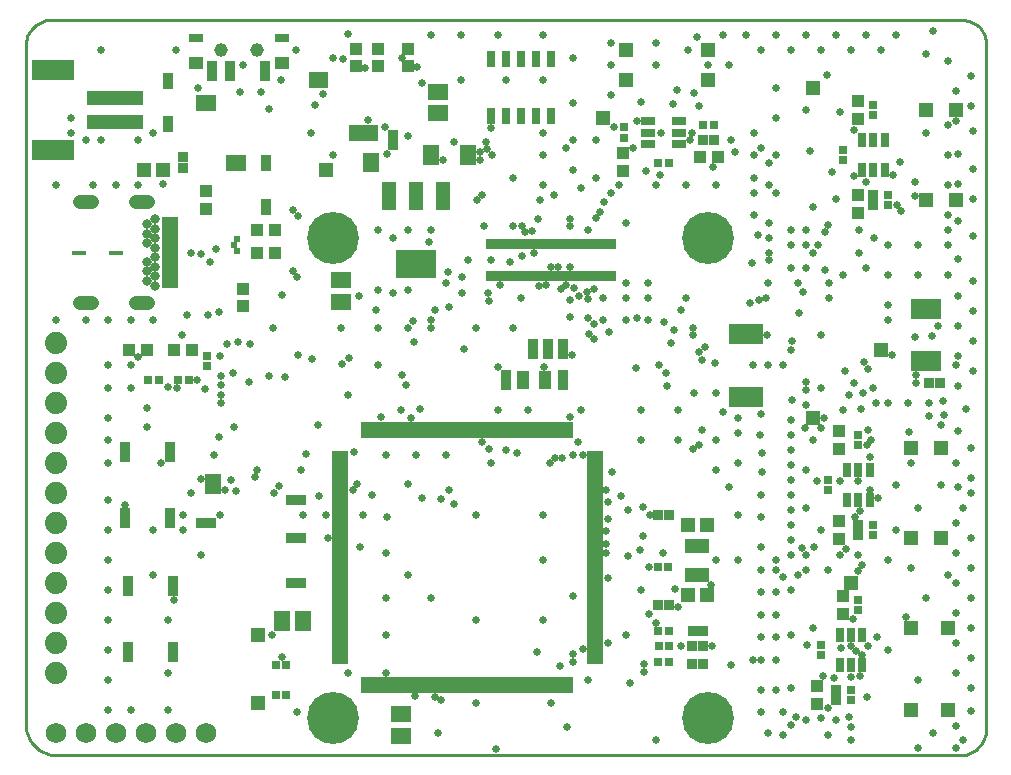
<source format=gbr>
G04 EAGLE Gerber RS-274X export*
G75*
%MOMM*%
%FSLAX34Y34*%
%LPD*%
%INSoldermask Top*%
%IPPOS*%
%AMOC8*
5,1,8,0,0,1.08239X$1,22.5*%
G01*
%ADD10C,4.394200*%
%ADD11R,1.103200X1.503200*%
%ADD12R,0.503200X1.403200*%
%ADD13R,1.403200X0.503200*%
%ADD14R,0.703200X0.703200*%
%ADD15R,1.153200X1.203200*%
%ADD16R,2.003200X1.203200*%
%ADD17R,1.153200X2.353200*%
%ADD18R,3.453200X2.353200*%
%ADD19R,1.653200X1.353200*%
%ADD20R,1.473200X0.838200*%
%ADD21R,0.823200X0.823200*%
%ADD22R,2.997200X1.701800*%
%ADD23R,0.482600X1.778000*%
%ADD24R,0.711200X1.473200*%
%ADD25R,4.803200X1.203200*%
%ADD26R,3.603200X1.803200*%
%ADD27R,0.903200X1.403200*%
%ADD28R,0.903200X1.703200*%
%ADD29R,1.203200X0.803200*%
%ADD30R,1.203200X1.003200*%
%ADD31C,1.153200*%
%ADD32R,0.838200X1.473200*%
%ADD33R,1.353200X1.653200*%
%ADD34R,0.965200X1.727200*%
%ADD35C,1.727200*%
%ADD36R,1.003200X1.003200*%
%ADD37R,1.203200X0.403200*%
%ADD38C,0.807200*%
%ADD39C,1.203200*%
%ADD40R,1.303200X0.803200*%
%ADD41R,0.803200X1.303200*%
%ADD42R,1.203200X1.203200*%
%ADD43R,0.433200X0.863200*%
%ADD44R,0.400800X0.710800*%
%ADD45R,10.972800X0.965200*%
%ADD46R,0.503200X0.503200*%
%ADD47C,1.879600*%
%ADD48C,0.657200*%
%ADD49C,0.254000*%


D10*
X31750Y31750D03*
X349250Y31750D03*
X349250Y438150D03*
X31750Y438150D03*
D11*
X210922Y317246D03*
X191922Y317246D03*
D12*
X57534Y59386D03*
X62534Y59386D03*
X67534Y59386D03*
X72534Y59386D03*
X77534Y59386D03*
X82534Y59386D03*
X87534Y59386D03*
X92534Y59386D03*
X97534Y59386D03*
X102534Y59386D03*
X107534Y59386D03*
X112534Y59386D03*
X117534Y59386D03*
X122534Y59386D03*
X127534Y59386D03*
X132534Y59386D03*
X137534Y59386D03*
X142534Y59386D03*
X147534Y59386D03*
X152534Y59386D03*
X157534Y59386D03*
X162534Y59386D03*
X167534Y59386D03*
X172534Y59386D03*
X177534Y59386D03*
X182534Y59386D03*
X187534Y59386D03*
X192534Y59386D03*
X197534Y59386D03*
X202534Y59386D03*
X207534Y59386D03*
X212534Y59386D03*
X217534Y59386D03*
X222534Y59386D03*
X227534Y59386D03*
X232534Y59386D03*
D13*
X253034Y79886D03*
X253034Y84886D03*
X253034Y89886D03*
X253034Y94886D03*
X253034Y99886D03*
X253034Y104886D03*
X253034Y109886D03*
X253034Y114886D03*
X253034Y119886D03*
X253034Y124886D03*
X253034Y129886D03*
X253034Y134886D03*
X253034Y139886D03*
X253034Y144886D03*
X253034Y149886D03*
X253034Y154886D03*
X253034Y159886D03*
X253034Y164886D03*
X253034Y169886D03*
X253034Y174886D03*
X253034Y179886D03*
X253034Y184886D03*
X253034Y189886D03*
X253034Y194886D03*
X253034Y199886D03*
X253034Y204886D03*
X253034Y209886D03*
X253034Y214886D03*
X253034Y219886D03*
X253034Y224886D03*
X253034Y229886D03*
X253034Y234886D03*
X253034Y239886D03*
X253034Y244886D03*
X253034Y249886D03*
X253034Y254886D03*
D12*
X232534Y275386D03*
X227534Y275386D03*
X222534Y275386D03*
X217534Y275386D03*
X212534Y275386D03*
X207534Y275386D03*
X202534Y275386D03*
X197534Y275386D03*
X192534Y275386D03*
X187534Y275386D03*
X182534Y275386D03*
X177534Y275386D03*
X172534Y275386D03*
X167534Y275386D03*
X162534Y275386D03*
X157534Y275386D03*
X152534Y275386D03*
X147534Y275386D03*
X142534Y275386D03*
X137534Y275386D03*
X132534Y275386D03*
X127534Y275386D03*
X122534Y275386D03*
X117534Y275386D03*
X112534Y275386D03*
X107534Y275386D03*
X102534Y275386D03*
X97534Y275386D03*
X92534Y275386D03*
X87534Y275386D03*
X82534Y275386D03*
X77534Y275386D03*
X72534Y275386D03*
X67534Y275386D03*
X62534Y275386D03*
X57534Y275386D03*
D13*
X37034Y254886D03*
X37034Y249886D03*
X37034Y244886D03*
X37034Y239886D03*
X37034Y234886D03*
X37034Y229886D03*
X37034Y224886D03*
X37034Y219886D03*
X37034Y214886D03*
X37034Y209886D03*
X37034Y204886D03*
X37034Y199886D03*
X37034Y194886D03*
X37034Y189886D03*
X37034Y184886D03*
X37034Y179886D03*
X37034Y174886D03*
X37034Y169886D03*
X37034Y164886D03*
X37034Y159886D03*
X37034Y154886D03*
X37034Y149886D03*
X37034Y144886D03*
X37034Y139886D03*
X37034Y134886D03*
X37034Y129886D03*
X37034Y124886D03*
X37034Y119886D03*
X37034Y114886D03*
X37034Y109886D03*
X37034Y104886D03*
X37034Y99886D03*
X37034Y94886D03*
X37034Y89886D03*
X37034Y84886D03*
X37034Y79886D03*
D14*
X315904Y78486D03*
X306904Y78486D03*
D15*
X332360Y194564D03*
X348360Y194564D03*
X331852Y135128D03*
X347852Y135128D03*
D16*
X339852Y152346D03*
X339852Y177346D03*
D14*
X306904Y104902D03*
X315904Y104902D03*
X307158Y91948D03*
X316158Y91948D03*
D17*
X124600Y473500D03*
X101600Y473500D03*
X78600Y473500D03*
D18*
X101600Y415500D03*
D19*
X38608Y401938D03*
X38608Y383938D03*
D20*
X63500Y505714D03*
X63500Y497586D03*
D19*
X120650Y543450D03*
X120650Y561450D03*
D21*
X82550Y525200D03*
X82550Y516200D03*
D22*
X381000Y303530D03*
X381000Y356870D03*
D20*
X114300Y503936D03*
X114300Y512064D03*
D23*
X543400Y377600D03*
X538400Y377600D03*
X533400Y377600D03*
X528400Y377600D03*
X523400Y377600D03*
X523400Y333600D03*
X528400Y333600D03*
X533400Y333600D03*
X538400Y333600D03*
X543400Y333600D03*
D21*
X536012Y314706D03*
X545012Y314706D03*
D24*
X215900Y589280D03*
X215900Y541020D03*
X203200Y589280D03*
X203200Y541020D03*
X190500Y589280D03*
X190500Y541020D03*
X177800Y589280D03*
X177800Y541020D03*
X165100Y589280D03*
X165100Y541020D03*
D14*
X-8200Y76200D03*
X-17200Y76200D03*
X-8200Y50800D03*
X-17200Y50800D03*
D25*
X-153500Y536100D03*
X-153500Y556100D03*
D26*
X-205500Y512100D03*
X-205500Y580100D03*
D27*
X-107950Y533950D03*
X-107950Y570950D03*
D28*
X-70760Y579400D03*
X-55760Y579400D03*
X-25760Y579400D03*
D29*
X-84760Y606900D03*
D30*
X-84760Y585900D03*
D29*
X-11760Y606900D03*
D30*
X-11760Y585900D03*
D31*
X-63260Y596900D03*
X-33260Y596900D03*
D20*
X146050Y503936D03*
X146050Y512064D03*
D32*
X49022Y527050D03*
X57150Y527050D03*
X65278Y527050D03*
D19*
X88900Y34400D03*
X88900Y16400D03*
D33*
X6206Y113284D03*
X-11794Y113284D03*
D21*
X226060Y313000D03*
X226060Y322000D03*
X177800Y313000D03*
X177800Y322000D03*
X306650Y127000D03*
X315650Y127000D03*
X4500Y146050D03*
X-4500Y146050D03*
X4500Y184150D03*
X-4500Y184150D03*
X306650Y203200D03*
X315650Y203200D03*
X4500Y215900D03*
X-4500Y215900D03*
X344606Y91948D03*
X335606Y91948D03*
X344860Y105410D03*
X335860Y105410D03*
X344606Y77216D03*
X335606Y77216D03*
X225806Y339162D03*
X225806Y348162D03*
X213106Y339162D03*
X213106Y348162D03*
X200406Y339162D03*
X200406Y348162D03*
D14*
X306396Y159512D03*
X315396Y159512D03*
D34*
X-144526Y200914D03*
X-144526Y256794D03*
X-106426Y200914D03*
X-106426Y256794D03*
D21*
X-71700Y196850D03*
X-80700Y196850D03*
D35*
X-127000Y19050D03*
X-152400Y19050D03*
X-76200Y19050D03*
X-101600Y19050D03*
X-177800Y19050D03*
X-203200Y19050D03*
D15*
X-112650Y495300D03*
X-128650Y495300D03*
D36*
X-32900Y425450D03*
X-17900Y425450D03*
X-32900Y444500D03*
X-17900Y444500D03*
D37*
X-152400Y425450D03*
X-183400Y425450D03*
D13*
X-106600Y452950D03*
X-106600Y447950D03*
X-106600Y442950D03*
X-106600Y437950D03*
X-106600Y432950D03*
X-106600Y427950D03*
X-106600Y422950D03*
X-106600Y417950D03*
X-106600Y412950D03*
X-106600Y407950D03*
X-106600Y402950D03*
X-106600Y397950D03*
D38*
X-119100Y397450D03*
X-126100Y401450D03*
X-126100Y409450D03*
X-119100Y405450D03*
X-119100Y413450D03*
X-126100Y417450D03*
X-119100Y421450D03*
X-119100Y429450D03*
X-126100Y433450D03*
X-119100Y437450D03*
X-126100Y441450D03*
X-126100Y449450D03*
X-119100Y445450D03*
X-119100Y453450D03*
D39*
X-125600Y468150D02*
X-135600Y468150D01*
X-135600Y382750D02*
X-125600Y382750D01*
X-172900Y382750D02*
X-182900Y382750D01*
X-182900Y468150D02*
X-172900Y468150D01*
D36*
X-76200Y477400D03*
X-76200Y462400D03*
X-44450Y379850D03*
X-44450Y394850D03*
D21*
X-95250Y497150D03*
X-95250Y506150D03*
D32*
X-80264Y552450D03*
X-72136Y552450D03*
X-46736Y501650D03*
X-54864Y501650D03*
D40*
X324150Y536550D03*
X324150Y527050D03*
X324150Y517550D03*
X298150Y517550D03*
X298150Y527050D03*
X298150Y536550D03*
D36*
X276860Y494658D03*
X276860Y509658D03*
D14*
X278130Y531804D03*
X278130Y522804D03*
X344750Y533400D03*
X353750Y533400D03*
X315650Y501650D03*
X306650Y501650D03*
D36*
X357004Y506476D03*
X342004Y506476D03*
D21*
X353750Y520700D03*
X344750Y520700D03*
D41*
X498450Y495000D03*
X488950Y495000D03*
X479450Y495000D03*
X479450Y521000D03*
X488950Y521000D03*
X498450Y521000D03*
D36*
X476250Y553600D03*
X476250Y538600D03*
D14*
X488950Y550600D03*
X488950Y541600D03*
X501650Y474400D03*
X501650Y465400D03*
X463550Y503500D03*
X463550Y512500D03*
D36*
X475742Y458844D03*
X475742Y473844D03*
D21*
X488950Y465400D03*
X488950Y474400D03*
D41*
X485750Y215600D03*
X476250Y215600D03*
X466750Y215600D03*
X466750Y241600D03*
X476250Y241600D03*
X485750Y241600D03*
D36*
X460248Y259454D03*
X460248Y274454D03*
D14*
X476250Y262200D03*
X476250Y271200D03*
X488950Y195000D03*
X488950Y186000D03*
X450850Y224100D03*
X450850Y233100D03*
D36*
X459994Y197746D03*
X459994Y182746D03*
D21*
X476250Y186000D03*
X476250Y195000D03*
D41*
X479400Y75900D03*
X469900Y75900D03*
X460400Y75900D03*
X460400Y101900D03*
X469900Y101900D03*
X479400Y101900D03*
D36*
X463550Y134500D03*
X463550Y119500D03*
D14*
X476250Y131500D03*
X476250Y122500D03*
X469900Y55300D03*
X469900Y46300D03*
X444500Y84400D03*
X444500Y93400D03*
D36*
X441452Y43300D03*
X441452Y58300D03*
D21*
X457200Y46300D03*
X457200Y55300D03*
D42*
X25400Y495300D03*
X495300Y342900D03*
X-31750Y101600D03*
X-31750Y44450D03*
D34*
X-103632Y142748D03*
X-103632Y86868D03*
X-141732Y142748D03*
X-141732Y86868D03*
D20*
X-70104Y225552D03*
X-70104Y233680D03*
D43*
X167900Y432650D03*
X167900Y405550D03*
X171900Y432650D03*
X171900Y405550D03*
X175900Y432650D03*
X175900Y405550D03*
X179900Y432650D03*
X179900Y405550D03*
X183900Y432650D03*
X183900Y405550D03*
X187900Y432650D03*
X187900Y405550D03*
X191900Y432650D03*
X191900Y405550D03*
X195900Y432650D03*
X195900Y405550D03*
X199900Y432650D03*
X199900Y405550D03*
X203900Y432650D03*
X203900Y405550D03*
X207900Y432650D03*
X207900Y405550D03*
X211900Y432650D03*
X211900Y405550D03*
X215900Y432650D03*
X215900Y405550D03*
X219900Y432650D03*
X219900Y405550D03*
X223900Y432650D03*
X223900Y405550D03*
X227900Y432650D03*
X227900Y405550D03*
X231900Y432650D03*
X231900Y405550D03*
X235900Y432650D03*
X235900Y405550D03*
X239900Y432650D03*
X239900Y405550D03*
X243900Y432650D03*
X243900Y405550D03*
X247900Y432650D03*
X247900Y405550D03*
X251900Y432650D03*
X251900Y405550D03*
D44*
X268650Y432650D03*
X268650Y405550D03*
X163150Y432650D03*
X163150Y405550D03*
D45*
X215996Y405638D03*
X215996Y432562D03*
D43*
X255900Y432650D03*
X255900Y405550D03*
X259900Y432650D03*
X259900Y405550D03*
X263900Y432650D03*
X263900Y405550D03*
D36*
X95250Y598050D03*
X95250Y583050D03*
X69850Y598050D03*
X69850Y583050D03*
X50800Y598050D03*
X50800Y583050D03*
D46*
X-52050Y431800D03*
X-49550Y426800D03*
X-49550Y436800D03*
D42*
X520700Y260350D03*
X546100Y184150D03*
X469900Y146050D03*
X438150Y285750D03*
X260350Y539750D03*
X438150Y565150D03*
X546100Y260350D03*
X520700Y184150D03*
X552450Y107950D03*
X520700Y38100D03*
X520700Y107950D03*
X552450Y38100D03*
X558800Y546100D03*
X533400Y469900D03*
X533400Y546100D03*
X558800Y469900D03*
X279400Y571500D03*
X349250Y596900D03*
X349250Y571500D03*
X279400Y596900D03*
D27*
X-25400Y501100D03*
X-25400Y464100D03*
D36*
X-87750Y342900D03*
X-102750Y342900D03*
D14*
X-99750Y317500D03*
X-90750Y317500D03*
D36*
X-125850Y342900D03*
X-140850Y342900D03*
D14*
X-125150Y317500D03*
X-116150Y317500D03*
D47*
X-203200Y349250D03*
X-203200Y323850D03*
X-203200Y298450D03*
X-203200Y273050D03*
X-203200Y247650D03*
X-203200Y222250D03*
X-203200Y196850D03*
X-203200Y171450D03*
X-203200Y146050D03*
X-203200Y120650D03*
X-203200Y95250D03*
X-203200Y69850D03*
D32*
X23114Y571500D03*
X14986Y571500D03*
D14*
X-75438Y338002D03*
X-75438Y329002D03*
D48*
X355092Y332232D03*
X355600Y306832D03*
X337058Y306832D03*
X314452Y312674D03*
X317500Y349250D03*
X336550Y361950D03*
X325882Y376428D03*
X311912Y366522D03*
X298450Y368300D03*
X298450Y387350D03*
X279400Y387350D03*
X279400Y368300D03*
X260350Y368300D03*
X260350Y387350D03*
X205994Y397002D03*
X190500Y386842D03*
X232410Y370840D03*
X232156Y385572D03*
X247650Y385826D03*
X247650Y370078D03*
X-63500Y304800D03*
X-39878Y315450D03*
X-144780Y212090D03*
X-133350Y337185D03*
X77470Y508635D03*
X133985Y519430D03*
X106680Y568960D03*
X-13970Y227965D03*
X-67310Y428625D03*
X90170Y321945D03*
X-12065Y83185D03*
X281305Y168910D03*
X299085Y119380D03*
X325755Y92075D03*
X351790Y144145D03*
X152400Y361950D03*
X184150Y361950D03*
X114300Y361950D03*
X88900Y292100D03*
X171450Y292100D03*
X196850Y292100D03*
X127000Y254000D03*
X101600Y254000D03*
X76200Y254000D03*
X152400Y203200D03*
X209550Y203200D03*
X209550Y165100D03*
X165100Y247650D03*
X209550Y114300D03*
X152400Y114300D03*
X152400Y44450D03*
X215900Y44450D03*
X247650Y63500D03*
X368300Y76200D03*
X304800Y12700D03*
X279400Y101600D03*
X292100Y139700D03*
X311150Y171450D03*
X355600Y165100D03*
X374650Y165100D03*
X374650Y203200D03*
X374650Y247650D03*
X374650Y273050D03*
X355600Y241300D03*
X355600Y266700D03*
X323850Y266700D03*
X292100Y266700D03*
X292100Y292100D03*
X323850Y292100D03*
X330200Y387350D03*
X298450Y400050D03*
X279400Y400050D03*
X165100Y419100D03*
X146050Y419100D03*
X127000Y400050D03*
X95250Y393700D03*
X95250Y361950D03*
X69850Y393700D03*
X69850Y444500D03*
X95250Y444500D03*
X114300Y444500D03*
X183896Y488950D03*
X209296Y482600D03*
X209296Y508000D03*
X209296Y527050D03*
X234696Y495300D03*
X234696Y520700D03*
X234696Y552450D03*
X234696Y590550D03*
X209296Y609600D03*
X171196Y609600D03*
X139446Y609600D03*
X114046Y609600D03*
X139446Y571500D03*
X177546Y571500D03*
X31496Y590550D03*
X31496Y508000D03*
X12446Y527050D03*
X-44704Y584200D03*
X-12954Y571500D03*
X-254Y596900D03*
X-101854Y596900D03*
X-82804Y565150D03*
X-165354Y596900D03*
X-190754Y539750D03*
X-190754Y527050D03*
X-178054Y520700D03*
X-165354Y520700D03*
X-133604Y520700D03*
X-120904Y527050D03*
X-133604Y482600D03*
X-152654Y482600D03*
X-171704Y482600D03*
X-203454Y482600D03*
X-203454Y368300D03*
X-178054Y368300D03*
X-159004Y368300D03*
X-139954Y368300D03*
X-120904Y368300D03*
X-159004Y330200D03*
X-159004Y311150D03*
X-139954Y311150D03*
X-139954Y330200D03*
X-159004Y285750D03*
X-159004Y266700D03*
X-159004Y247650D03*
X-159004Y215900D03*
X-159004Y190500D03*
X-159004Y165100D03*
X-159004Y139700D03*
X-159004Y114300D03*
X-159004Y88900D03*
X-159004Y63500D03*
X-159004Y38100D03*
X-139954Y38100D03*
X-108204Y38100D03*
X-108204Y69850D03*
X-108204Y114300D03*
X-120904Y152400D03*
X-120904Y190500D03*
X-95504Y190500D03*
X-95504Y203200D03*
X-89154Y222250D03*
X-114554Y247650D03*
X-69596Y254254D03*
X-52578Y277876D03*
X-23114Y321310D03*
X-57912Y348234D03*
X-38862Y348234D03*
X-19050Y361950D03*
X19050Y279400D03*
X57150Y203200D03*
X25400Y203200D03*
X76200Y171450D03*
X95250Y152400D03*
X114300Y133350D03*
X76200Y133350D03*
X76200Y101600D03*
X76200Y69850D03*
X44450Y69850D03*
X120650Y19050D03*
X69850Y361950D03*
X69850Y330200D03*
X38100Y361950D03*
X279400Y450850D03*
X209550Y571500D03*
X159512Y448056D03*
X82550Y438150D03*
X44450Y304800D03*
X241300Y292100D03*
X6350Y203200D03*
X247650Y444500D03*
X374650Y285750D03*
X234950Y85963D03*
X234950Y78629D03*
X243205Y90170D03*
X234950Y134620D03*
X13335Y335280D03*
X-112395Y483870D03*
X352425Y92075D03*
X233680Y339090D03*
X323850Y125730D03*
X299085Y159385D03*
X-103505Y131445D03*
X-64135Y337820D03*
X45085Y335915D03*
X99695Y349885D03*
X-18415Y221615D03*
X142240Y343535D03*
X229870Y23495D03*
X282575Y60960D03*
X294640Y77470D03*
X264160Y94615D03*
X93345Y313055D03*
X19685Y219710D03*
X299720Y203200D03*
X264160Y200025D03*
X320675Y140335D03*
X223520Y75565D03*
X100965Y49784D03*
X27305Y184150D03*
X204470Y87630D03*
X264160Y149860D03*
X210185Y328930D03*
X72390Y286385D03*
X49530Y256540D03*
X106680Y217805D03*
X232410Y286385D03*
X304800Y111760D03*
X262890Y178435D03*
X419100Y25400D03*
X467995Y32385D03*
X238760Y264795D03*
X313055Y323215D03*
X425450Y152400D03*
X400050Y330200D03*
X387350Y330200D03*
X412750Y330200D03*
X419100Y342900D03*
X399288Y355854D03*
X398272Y386588D03*
X419862Y300482D03*
X393446Y289052D03*
X392938Y271272D03*
X394462Y255778D03*
X394716Y240030D03*
X393700Y220472D03*
X393700Y201422D03*
X393700Y176022D03*
X393700Y156972D03*
X393700Y137922D03*
X393700Y118872D03*
X393700Y99822D03*
X393700Y80772D03*
X393700Y55372D03*
X393700Y36322D03*
X412750Y17272D03*
X450850Y17272D03*
X469900Y23622D03*
X457200Y29972D03*
X431800Y29972D03*
X412750Y36322D03*
X406400Y55372D03*
X406400Y80772D03*
X406400Y99822D03*
X406400Y118872D03*
X406400Y137922D03*
X406400Y156972D03*
X412750Y150622D03*
X431800Y156972D03*
X450850Y156972D03*
X476250Y169672D03*
X431800Y169672D03*
X419100Y169672D03*
X419100Y182372D03*
X419100Y195072D03*
X419100Y207772D03*
X419100Y220472D03*
X419100Y233172D03*
X419100Y245872D03*
X419100Y258572D03*
X419100Y271272D03*
X419100Y283972D03*
X431292Y276860D03*
X445008Y276860D03*
X431800Y296672D03*
X431800Y309372D03*
X431800Y315722D03*
X480568Y306578D03*
X472948Y315214D03*
X491490Y297688D03*
X468376Y305054D03*
X478536Y293370D03*
X501650Y297688D03*
X518668Y297688D03*
X535940Y298450D03*
X535686Y287274D03*
X548894Y287528D03*
X548132Y299466D03*
X567182Y293116D03*
X560832Y312166D03*
X573532Y324866D03*
X560832Y337566D03*
X573532Y350266D03*
X560832Y362966D03*
X573532Y375666D03*
X560832Y388366D03*
X573532Y401066D03*
X560832Y420116D03*
X573532Y439166D03*
X560832Y451866D03*
X573532Y470916D03*
X560832Y483616D03*
X573532Y496316D03*
X560832Y509016D03*
X573532Y528066D03*
X558800Y536702D03*
X571500Y549402D03*
X558800Y562102D03*
X571500Y574802D03*
X552450Y587502D03*
X539750Y612902D03*
X533400Y593852D03*
X508254Y609600D03*
X495554Y596900D03*
X482854Y609600D03*
X470154Y596900D03*
X457454Y609600D03*
X444754Y596900D03*
X432054Y609600D03*
X419354Y596900D03*
X406654Y609600D03*
X393954Y596900D03*
X381254Y609600D03*
X368554Y520700D03*
X387604Y527050D03*
X387604Y508000D03*
X400304Y501650D03*
X387604Y488950D03*
X400304Y482600D03*
X387604Y476250D03*
X273304Y482600D03*
X305054Y482600D03*
X330454Y482600D03*
X355854Y482600D03*
X387604Y457200D03*
X400304Y450850D03*
X400304Y438150D03*
X400304Y425450D03*
X432054Y444500D03*
X432054Y431800D03*
X432054Y412750D03*
X419354Y412750D03*
X419354Y431800D03*
X419354Y444500D03*
X425704Y374650D03*
X451104Y387350D03*
X451104Y400050D03*
X482854Y412750D03*
X476504Y425450D03*
X489204Y438150D03*
X476504Y444500D03*
X560832Y274066D03*
X571500Y259842D03*
X558800Y247142D03*
X571500Y234442D03*
X571500Y221742D03*
X558800Y196342D03*
X571500Y183642D03*
X558800Y170942D03*
X571500Y158242D03*
X558800Y145542D03*
X571500Y132842D03*
X558800Y120142D03*
X571500Y107442D03*
X558800Y94742D03*
X571500Y82042D03*
X558800Y69342D03*
X571500Y56642D03*
X571500Y37592D03*
X558800Y24892D03*
X558800Y5842D03*
X539750Y18542D03*
X527050Y5842D03*
X333375Y520700D03*
X309245Y527050D03*
X473710Y201930D03*
X476250Y231775D03*
X469900Y92075D03*
X406400Y476250D03*
X406400Y508000D03*
X406400Y539750D03*
X406400Y565150D03*
X366522Y584200D03*
X349250Y584200D03*
X304800Y584200D03*
X304800Y603250D03*
X266700Y603250D03*
X266700Y584200D03*
X266700Y558800D03*
X254000Y520700D03*
X254000Y488950D03*
X308610Y491490D03*
X353060Y497840D03*
X372110Y510540D03*
X336804Y560578D03*
X322834Y563372D03*
X292354Y552958D03*
X339852Y608330D03*
X460502Y544830D03*
X454152Y494030D03*
X456946Y470662D03*
X437896Y464312D03*
X441706Y432054D03*
X448056Y442468D03*
X448056Y410718D03*
X429006Y391668D03*
X444500Y355600D03*
X444500Y311150D03*
X463550Y292100D03*
X488950Y311150D03*
X501650Y368300D03*
X501650Y381000D03*
X501650Y406400D03*
X501650Y431800D03*
X527050Y431800D03*
X527050Y406400D03*
X552450Y406400D03*
X552450Y431800D03*
X552450Y457200D03*
X552450Y482600D03*
X552450Y508000D03*
X552450Y533400D03*
X533400Y527050D03*
X511556Y502158D03*
X472948Y529590D03*
X524256Y353822D03*
X558546Y330200D03*
X545846Y279400D03*
X431546Y241300D03*
X431546Y209550D03*
X444246Y190500D03*
X501396Y165100D03*
X520446Y158750D03*
X526796Y209550D03*
X507746Y190500D03*
X507746Y228600D03*
X520446Y247650D03*
X545846Y228600D03*
X552196Y152400D03*
X533146Y133350D03*
X418846Y139700D03*
X418846Y101600D03*
X437896Y107950D03*
X418846Y57150D03*
X399796Y19050D03*
X444246Y31750D03*
X469646Y12700D03*
X526796Y63500D03*
X501396Y88900D03*
X446532Y66802D03*
X484632Y327152D03*
X390906Y439928D03*
X385826Y416814D03*
X384810Y382778D03*
X419862Y350520D03*
X464566Y324866D03*
X423545Y32385D03*
X243205Y254000D03*
X366395Y226695D03*
X387350Y80645D03*
X477520Y66675D03*
X492125Y99695D03*
X262890Y224790D03*
X461010Y169545D03*
X476250Y155575D03*
X474345Y88265D03*
X484505Y92710D03*
X406400Y165100D03*
X492760Y217805D03*
X187325Y255905D03*
X307340Y330200D03*
X538480Y354965D03*
X447040Y285750D03*
X169545Y5080D03*
X428625Y175260D03*
X438785Y176530D03*
X274955Y219075D03*
X264160Y214630D03*
X463550Y406400D03*
X343836Y334852D03*
X512445Y461010D03*
X219075Y251460D03*
X123190Y46990D03*
X294640Y70485D03*
X361950Y290195D03*
X281305Y207645D03*
X294005Y210185D03*
X340995Y262890D03*
X450850Y448945D03*
X472440Y490220D03*
X4445Y241300D03*
X-9525Y320040D03*
X449580Y575945D03*
X393700Y514350D03*
X341233Y340868D03*
X319405Y551180D03*
X177800Y258445D03*
X437515Y424815D03*
X400685Y419100D03*
X266700Y476250D03*
X269240Y531495D03*
X117475Y49530D03*
X294005Y185420D03*
X343535Y275590D03*
X262890Y171450D03*
X291465Y173355D03*
X336550Y259080D03*
X262890Y189865D03*
X267970Y240030D03*
X288290Y327660D03*
X201295Y425450D03*
X205105Y454025D03*
X166370Y508000D03*
X156210Y510540D03*
X319842Y359974D03*
X336550Y355600D03*
X565150Y209550D03*
X565150Y12700D03*
X552450Y444500D03*
X361950Y609600D03*
X228600Y514350D03*
X288798Y369824D03*
X241300Y479790D03*
X218440Y474345D03*
X157480Y474345D03*
X104775Y292735D03*
X97155Y285115D03*
X99314Y367538D03*
X114300Y368300D03*
X207010Y469900D03*
X153670Y469900D03*
X184150Y447675D03*
X-2540Y409575D03*
X-55245Y233045D03*
X181610Y417830D03*
X53340Y388620D03*
X38735Y331470D03*
X8890Y254635D03*
X-64135Y203200D03*
X222250Y413385D03*
X232410Y447675D03*
X215900Y413385D03*
X232410Y454025D03*
X212090Y398145D03*
X162560Y391160D03*
X161925Y513080D03*
X165100Y530860D03*
X-34832Y235313D03*
X1524Y456438D03*
X254254Y454549D03*
X-33308Y241377D03*
X-2659Y461129D03*
X257302Y459597D03*
X485775Y224790D03*
X450850Y40005D03*
X479425Y85090D03*
X483235Y48895D03*
X466090Y174625D03*
X479425Y160655D03*
X508635Y465455D03*
X505460Y490855D03*
X340995Y549275D03*
X504825Y338455D03*
X518795Y273685D03*
X525145Y314960D03*
X163195Y384810D03*
X140335Y405130D03*
X128905Y408940D03*
X173132Y398368D03*
X543560Y363220D03*
X560705Y226695D03*
X215265Y247015D03*
X525145Y321945D03*
X635Y36830D03*
X225425Y251460D03*
X480695Y332740D03*
X-20320Y101600D03*
X53975Y175895D03*
X76835Y201930D03*
X123190Y216535D03*
X16510Y550545D03*
X124460Y504190D03*
X95250Y524510D03*
X392430Y385445D03*
X260985Y468630D03*
X-29210Y561340D03*
X156210Y504190D03*
X60960Y537845D03*
X-80010Y424180D03*
X-63500Y320659D03*
X-88900Y425450D03*
X-63500Y313579D03*
X-72390Y417830D03*
X-53340Y323215D03*
X-100330Y310515D03*
X-108585Y311785D03*
X335280Y527050D03*
X285750Y513715D03*
X296545Y494665D03*
X332105Y596900D03*
X288925Y536575D03*
X523875Y473075D03*
X523875Y485140D03*
X483108Y485140D03*
X434975Y511810D03*
X477520Y206375D03*
X460375Y231775D03*
X441325Y232410D03*
X487045Y266700D03*
X484505Y275590D03*
X485775Y252730D03*
X455930Y65405D03*
X469900Y66040D03*
X461645Y90805D03*
X433070Y93345D03*
X516890Y116840D03*
X471805Y115570D03*
X-46990Y561340D03*
X-63500Y298450D03*
X-64770Y269240D03*
X-125730Y278130D03*
X-125730Y294005D03*
X-76835Y309880D03*
X-80645Y233680D03*
X102870Y582930D03*
X58420Y581660D03*
X40005Y589280D03*
X-22860Y547370D03*
X438150Y266700D03*
X483235Y262255D03*
X400050Y400050D03*
X425450Y400050D03*
X431800Y546100D03*
X224155Y394335D03*
X118110Y377190D03*
X113030Y434340D03*
X-92075Y372745D03*
X228600Y398145D03*
X-74295Y372745D03*
X231775Y413385D03*
X81915Y391160D03*
X67945Y377190D03*
X-48895Y349885D03*
X235585Y395605D03*
X1905Y339090D03*
X240030Y388620D03*
X163830Y259080D03*
X129540Y224790D03*
X48260Y224790D03*
X246380Y391795D03*
X252730Y365125D03*
X252730Y352425D03*
X157480Y265430D03*
X95250Y229235D03*
X52070Y229235D03*
X346710Y345440D03*
X234315Y254000D03*
X133985Y212725D03*
X64135Y220345D03*
X252095Y394335D03*
X264795Y358140D03*
X248285Y356870D03*
X171450Y328295D03*
X160655Y519430D03*
X44450Y610870D03*
X191135Y448310D03*
X1270Y405130D03*
X-50800Y223520D03*
X-80010Y169545D03*
X200025Y443865D03*
X-11430Y389890D03*
X-59690Y224790D03*
X193675Y442595D03*
X-96520Y355600D03*
X191770Y422910D03*
X140335Y391160D03*
X129540Y379730D03*
X-65405Y375285D03*
X-83820Y317500D03*
X89535Y590550D03*
X75565Y531495D03*
X22860Y560070D03*
D49*
X-228600Y25400D02*
X-228503Y23186D01*
X-228214Y20989D01*
X-227735Y18826D01*
X-227068Y16713D01*
X-226220Y14666D01*
X-225197Y12700D01*
X-224006Y10831D01*
X-222658Y9073D01*
X-221161Y7440D01*
X-219527Y5942D01*
X-217769Y4594D01*
X-215900Y3403D01*
X-213935Y2380D01*
X-211887Y1532D01*
X-209774Y865D01*
X-207611Y386D01*
X-205414Y97D01*
X-203200Y0D01*
X565150Y0D01*
X567075Y361D01*
X568961Y889D01*
X570794Y1579D01*
X572560Y2426D01*
X574245Y3424D01*
X575837Y4565D01*
X577324Y5840D01*
X578693Y7241D01*
X579936Y8755D01*
X581041Y10371D01*
X582002Y12078D01*
X582810Y13862D01*
X583460Y15710D01*
X583946Y17607D01*
X584264Y19540D01*
X584414Y21492D01*
X584392Y23451D01*
X584200Y25400D01*
X584200Y601980D01*
X584180Y603698D01*
X584011Y605408D01*
X583694Y607097D01*
X583230Y608751D01*
X582624Y610359D01*
X581880Y611908D01*
X581004Y613386D01*
X580003Y614782D01*
X578883Y616085D01*
X577655Y617286D01*
X576326Y618376D01*
X574907Y619345D01*
X573410Y620187D01*
X571844Y620896D01*
X570223Y621465D01*
X568559Y621891D01*
X566863Y622170D01*
X565150Y622300D01*
X-209550Y622300D01*
X-211475Y621939D01*
X-213361Y621411D01*
X-215194Y620721D01*
X-216960Y619874D01*
X-218645Y618876D01*
X-220237Y617735D01*
X-221724Y616460D01*
X-223093Y615060D01*
X-224336Y613545D01*
X-225441Y611929D01*
X-226402Y610222D01*
X-227210Y608438D01*
X-227860Y606590D01*
X-228346Y604693D01*
X-228664Y602760D01*
X-228814Y600808D01*
X-228792Y598849D01*
X-228600Y596900D01*
X-228600Y25400D01*
M02*

</source>
